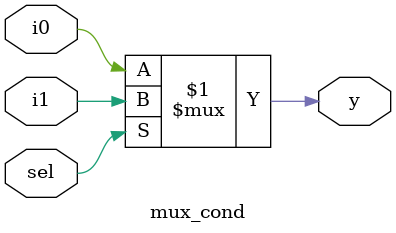
<source format=v>
module mux_cond(
	input i0, i1, sel,
	output y
);
	assign y = sel ? i1 : i0;
endmodule



</source>
